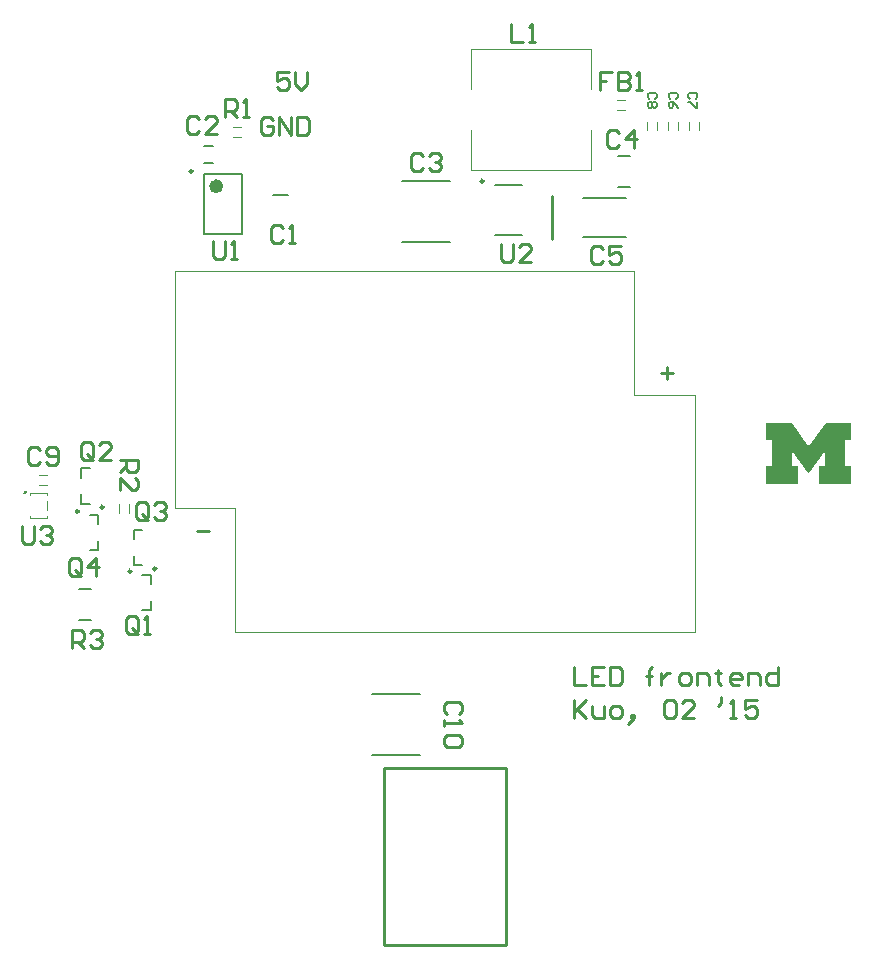
<source format=gto>
G04 Layer_Color=65535*
%FSLAX24Y24*%
%MOIN*%
G70*
G01*
G75*
%ADD28C,0.0100*%
%ADD38C,0.0098*%
%ADD39C,0.0236*%
%ADD40C,0.0079*%
%ADD41C,0.0039*%
%ADD42C,0.0050*%
G36*
X13886Y375D02*
X13665D01*
Y-497D01*
X13886D01*
Y-1075D01*
X12803D01*
Y-497D01*
X13023D01*
Y26D01*
X12477Y-726D01*
X12440D01*
X11903Y26D01*
Y-497D01*
X12124D01*
Y-1075D01*
X11041D01*
Y-497D01*
X11252D01*
Y375D01*
X11041D01*
Y953D01*
X11899D01*
X12449Y191D01*
X12477D01*
X13028Y953D01*
X13886D01*
Y375D01*
D02*
G37*
D28*
X-13641Y-1357D02*
G03*
X-13641Y-1357I-22J0D01*
G01*
X3918Y7091D02*
Y8509D01*
X2362Y-16463D02*
Y-12250D01*
X-1693Y-16463D02*
X2362D01*
X-1693D02*
Y-10557D01*
X2362D01*
Y-12250D02*
Y-10557D01*
X5900Y12650D02*
X5500D01*
Y12350D01*
X5700D01*
X5500D01*
Y12050D01*
X6100Y12650D02*
Y12050D01*
X6400D01*
X6500Y12150D01*
Y12250D01*
X6400Y12350D01*
X6100D01*
X6400D01*
X6500Y12450D01*
Y12550D01*
X6400Y12650D01*
X6100D01*
X6700Y12050D02*
X6900D01*
X6800D01*
Y12650D01*
X6700Y12550D01*
X-5050Y7450D02*
X-5150Y7550D01*
X-5350D01*
X-5450Y7450D01*
Y7050D01*
X-5350Y6950D01*
X-5150D01*
X-5050Y7050D01*
X-4850Y6950D02*
X-4650D01*
X-4750D01*
Y7550D01*
X-4850Y7450D01*
X-7860Y11090D02*
X-7960Y11190D01*
X-8160D01*
X-8260Y11090D01*
Y10690D01*
X-8160Y10590D01*
X-7960D01*
X-7860Y10690D01*
X-7260Y10590D02*
X-7660D01*
X-7260Y10990D01*
Y11090D01*
X-7360Y11190D01*
X-7560D01*
X-7660Y11090D01*
X-400Y9850D02*
X-500Y9950D01*
X-700D01*
X-800Y9850D01*
Y9450D01*
X-700Y9350D01*
X-500D01*
X-400Y9450D01*
X-200Y9850D02*
X-100Y9950D01*
X100D01*
X200Y9850D01*
Y9750D01*
X100Y9650D01*
X-0D01*
X100D01*
X200Y9550D01*
Y9450D01*
X100Y9350D01*
X-100D01*
X-200Y9450D01*
X6150Y10600D02*
X6050Y10700D01*
X5850D01*
X5750Y10600D01*
Y10200D01*
X5850Y10100D01*
X6050D01*
X6150Y10200D01*
X6650Y10100D02*
Y10700D01*
X6350Y10400D01*
X6750D01*
X5600Y6750D02*
X5500Y6850D01*
X5300D01*
X5200Y6750D01*
Y6350D01*
X5300Y6250D01*
X5500D01*
X5600Y6350D01*
X6200Y6850D02*
X5800D01*
Y6550D01*
X6000Y6650D01*
X6100D01*
X6200Y6550D01*
Y6350D01*
X6100Y6250D01*
X5900D01*
X5800Y6350D01*
X-13150Y50D02*
X-13250Y150D01*
X-13450D01*
X-13550Y50D01*
Y-350D01*
X-13450Y-450D01*
X-13250D01*
X-13150Y-350D01*
X-12950D02*
X-12850Y-450D01*
X-12650D01*
X-12550Y-350D01*
Y50D01*
X-12650Y150D01*
X-12850D01*
X-12950Y50D01*
Y-50D01*
X-12850Y-150D01*
X-12550D01*
X2550Y14250D02*
Y13650D01*
X2950D01*
X3150D02*
X3350D01*
X3250D01*
Y14250D01*
X3150Y14150D01*
X-9900Y-6000D02*
Y-5600D01*
X-10000Y-5500D01*
X-10200D01*
X-10300Y-5600D01*
Y-6000D01*
X-10200Y-6100D01*
X-10000D01*
X-10100Y-5900D02*
X-9900Y-6100D01*
X-10000D02*
X-9900Y-6000D01*
X-9700Y-6100D02*
X-9500D01*
X-9600D01*
Y-5500D01*
X-9700Y-5600D01*
X-11400Y-200D02*
Y200D01*
X-11500Y300D01*
X-11700D01*
X-11800Y200D01*
Y-200D01*
X-11700Y-300D01*
X-11500D01*
X-11600Y-100D02*
X-11400Y-300D01*
X-11500D02*
X-11400Y-200D01*
X-10800Y-300D02*
X-11200D01*
X-10800Y100D01*
Y200D01*
X-10900Y300D01*
X-11100D01*
X-11200Y200D01*
X-9550Y-2200D02*
Y-1800D01*
X-9650Y-1700D01*
X-9850D01*
X-9950Y-1800D01*
Y-2200D01*
X-9850Y-2300D01*
X-9650D01*
X-9750Y-2100D02*
X-9550Y-2300D01*
X-9650D02*
X-9550Y-2200D01*
X-9350Y-1800D02*
X-9250Y-1700D01*
X-9050D01*
X-8950Y-1800D01*
Y-1900D01*
X-9050Y-2000D01*
X-9150D01*
X-9050D01*
X-8950Y-2100D01*
Y-2200D01*
X-9050Y-2300D01*
X-9250D01*
X-9350Y-2200D01*
X-11800Y-4050D02*
Y-3650D01*
X-11900Y-3550D01*
X-12100D01*
X-12200Y-3650D01*
Y-4050D01*
X-12100Y-4150D01*
X-11900D01*
X-12000Y-3950D02*
X-11800Y-4150D01*
X-11900D02*
X-11800Y-4050D01*
X-11300Y-4150D02*
Y-3550D01*
X-11600Y-3850D01*
X-11200D01*
X-6982Y11137D02*
Y11737D01*
X-6683D01*
X-6583Y11637D01*
Y11437D01*
X-6683Y11337D01*
X-6982D01*
X-6782D02*
X-6583Y11137D01*
X-6383D02*
X-6183D01*
X-6283D01*
Y11737D01*
X-6383Y11637D01*
X-10500Y-300D02*
X-9900D01*
Y-600D01*
X-10000Y-700D01*
X-10200D01*
X-10300Y-600D01*
Y-300D01*
Y-500D02*
X-10500Y-700D01*
Y-1300D02*
Y-900D01*
X-10100Y-1300D01*
X-10000D01*
X-9900Y-1200D01*
Y-1000D01*
X-10000Y-900D01*
X-12100Y-6550D02*
Y-5950D01*
X-11800D01*
X-11700Y-6050D01*
Y-6250D01*
X-11800Y-6350D01*
X-12100D01*
X-11900D02*
X-11700Y-6550D01*
X-11500Y-6050D02*
X-11400Y-5950D01*
X-11200D01*
X-11100Y-6050D01*
Y-6150D01*
X-11200Y-6250D01*
X-11300D01*
X-11200D01*
X-11100Y-6350D01*
Y-6450D01*
X-11200Y-6550D01*
X-11400D01*
X-11500Y-6450D01*
X-7400Y7000D02*
Y6500D01*
X-7300Y6400D01*
X-7100D01*
X-7000Y6500D01*
Y7000D01*
X-6800Y6400D02*
X-6600D01*
X-6700D01*
Y7000D01*
X-6800Y6900D01*
X2200Y6900D02*
Y6400D01*
X2300Y6300D01*
X2500D01*
X2600Y6400D01*
Y6900D01*
X3200Y6300D02*
X2800D01*
X3200Y6700D01*
Y6800D01*
X3100Y6900D01*
X2900D01*
X2800Y6800D01*
X-13750Y-2500D02*
Y-3000D01*
X-13650Y-3100D01*
X-13450D01*
X-13350Y-3000D01*
Y-2500D01*
X-13150Y-2600D02*
X-13050Y-2500D01*
X-12850D01*
X-12750Y-2600D01*
Y-2700D01*
X-12850Y-2800D01*
X-12950D01*
X-12850D01*
X-12750Y-2900D01*
Y-3000D01*
X-12850Y-3100D01*
X-13050D01*
X-13150Y-3000D01*
X800Y-8750D02*
X900Y-8650D01*
Y-8450D01*
X800Y-8350D01*
X400D01*
X300Y-8450D01*
Y-8650D01*
X400Y-8750D01*
X300Y-8950D02*
Y-9150D01*
Y-9050D01*
X900D01*
X800Y-8950D01*
Y-9450D02*
X900Y-9550D01*
Y-9750D01*
X800Y-9850D01*
X400D01*
X300Y-9750D01*
Y-9550D01*
X400Y-9450D01*
X800D01*
X4650Y-8300D02*
Y-8900D01*
Y-8700D01*
X5050Y-8300D01*
X4750Y-8600D01*
X5050Y-8900D01*
X5250Y-8500D02*
Y-8800D01*
X5350Y-8900D01*
X5650D01*
Y-8500D01*
X5950Y-8900D02*
X6150D01*
X6249Y-8800D01*
Y-8600D01*
X6150Y-8500D01*
X5950D01*
X5850Y-8600D01*
Y-8800D01*
X5950Y-8900D01*
X6549Y-9000D02*
X6649Y-8900D01*
Y-8800D01*
X6549D01*
Y-8900D01*
X6649D01*
X6549Y-9000D01*
X6449Y-9100D01*
X7649Y-8400D02*
X7749Y-8300D01*
X7949D01*
X8049Y-8400D01*
Y-8800D01*
X7949Y-8900D01*
X7749D01*
X7649Y-8800D01*
Y-8400D01*
X8649Y-8900D02*
X8249D01*
X8649Y-8500D01*
Y-8400D01*
X8549Y-8300D01*
X8349D01*
X8249Y-8400D01*
X9548Y-8200D02*
Y-8400D01*
X9448Y-8500D01*
X9848Y-8900D02*
X10048D01*
X9948D01*
Y-8300D01*
X9848Y-8400D01*
X10748Y-8300D02*
X10348D01*
Y-8600D01*
X10548Y-8500D01*
X10648D01*
X10748Y-8600D01*
Y-8800D01*
X10648Y-8900D01*
X10448D01*
X10348Y-8800D01*
X4650Y-7200D02*
Y-7800D01*
X5050D01*
X5650Y-7200D02*
X5250D01*
Y-7800D01*
X5650D01*
X5250Y-7500D02*
X5450D01*
X5850Y-7200D02*
Y-7800D01*
X6150D01*
X6249Y-7700D01*
Y-7300D01*
X6150Y-7200D01*
X5850D01*
X7149Y-7800D02*
Y-7300D01*
Y-7500D01*
X7049D01*
X7249D01*
X7149D01*
Y-7300D01*
X7249Y-7200D01*
X7549Y-7400D02*
Y-7800D01*
Y-7600D01*
X7649Y-7500D01*
X7749Y-7400D01*
X7849D01*
X8249Y-7800D02*
X8449D01*
X8549Y-7700D01*
Y-7500D01*
X8449Y-7400D01*
X8249D01*
X8149Y-7500D01*
Y-7700D01*
X8249Y-7800D01*
X8749D02*
Y-7400D01*
X9049D01*
X9149Y-7500D01*
Y-7800D01*
X9448Y-7300D02*
Y-7400D01*
X9348D01*
X9548D01*
X9448D01*
Y-7700D01*
X9548Y-7800D01*
X10148D02*
X9948D01*
X9848Y-7700D01*
Y-7500D01*
X9948Y-7400D01*
X10148D01*
X10248Y-7500D01*
Y-7600D01*
X9848D01*
X10448Y-7800D02*
Y-7400D01*
X10748D01*
X10848Y-7500D01*
Y-7800D01*
X11448Y-7200D02*
Y-7800D01*
X11148D01*
X11048Y-7700D01*
Y-7500D01*
X11148Y-7400D01*
X11448D01*
X-5400Y11050D02*
X-5500Y11150D01*
X-5700D01*
X-5800Y11050D01*
Y10650D01*
X-5700Y10550D01*
X-5500D01*
X-5400Y10650D01*
Y10850D01*
X-5600D01*
X-5200Y10550D02*
Y11150D01*
X-4800Y10550D01*
Y11150D01*
X-4600D02*
Y10550D01*
X-4300D01*
X-4201Y10650D01*
Y11050D01*
X-4300Y11150D01*
X-4600D01*
X-4850Y12650D02*
X-5250D01*
Y12350D01*
X-5050Y12450D01*
X-4950D01*
X-4850Y12350D01*
Y12150D01*
X-4950Y12050D01*
X-5150D01*
X-5250Y12150D01*
X-4650Y12650D02*
Y12250D01*
X-4450Y12050D01*
X-4250Y12250D01*
Y12650D01*
X-7510Y-2652D02*
X-7910D01*
X7943Y2623D02*
X7543D01*
X7743Y2423D02*
Y2823D01*
D38*
X-8074Y9335D02*
G03*
X-8074Y9335I-49J0D01*
G01*
X1623Y9015D02*
G03*
X1623Y9015I-49J0D01*
G01*
X-11037Y-1859D02*
G03*
X-11037Y-1859I-49J0D01*
G01*
X-11864Y-1991D02*
G03*
X-11864Y-1991I-49J0D01*
G01*
X-10114Y-3991D02*
G03*
X-10114Y-3991I-49J0D01*
G01*
X-9287Y-3909D02*
G03*
X-9287Y-3909I-49J0D01*
G01*
D39*
X-7168Y8841D02*
G03*
X-7168Y8841I-118J0D01*
G01*
D40*
X-5406Y8550D02*
X-4894D01*
X-7680Y7266D02*
Y9234D01*
X-6420Y7266D02*
Y9234D01*
X-7680D02*
X-6420D01*
X-7680Y7266D02*
X-6420D01*
X-2107Y-8076D02*
X-493D01*
X-2107Y-10124D02*
X-493D01*
X6103Y8828D02*
X6497D01*
X6103Y9852D02*
X6497D01*
X4941Y7150D02*
X6359D01*
X4941Y8450D02*
X6359D01*
X1997Y8867D02*
X2903D01*
X1997Y7233D02*
X2903D01*
X-1107Y9024D02*
X507D01*
X-1107Y6976D02*
X507D01*
X-11776Y-1741D02*
X-11500D01*
X-11776D02*
Y-1426D01*
Y-559D02*
X-11500D01*
X-11776Y-874D02*
Y-559D01*
X-11500Y-2109D02*
X-11224D01*
Y-2424D02*
Y-2109D01*
X-11500Y-3291D02*
X-11224D01*
Y-2976D01*
X-11847Y-4578D02*
X-11453D01*
X-11847Y-5602D02*
X-11453D01*
X-7707Y9605D02*
X-7393D01*
X-7707Y10195D02*
X-7393D01*
X-9750Y-4109D02*
X-9474D01*
Y-4424D02*
Y-4109D01*
X-9750Y-5291D02*
X-9474D01*
Y-4976D01*
X-10026Y-3791D02*
X-9750D01*
X-10026D02*
Y-3476D01*
Y-2609D02*
X-9750D01*
X-10026Y-2924D02*
Y-2609D01*
D41*
X-6738Y10473D02*
X-6462D01*
X-6738Y10817D02*
X-6462D01*
X8473Y10712D02*
Y10988D01*
X8817Y10712D02*
Y10988D01*
X7773Y10712D02*
Y10988D01*
X8117Y10712D02*
Y10988D01*
X7073Y10712D02*
Y10988D01*
X7417Y10712D02*
Y10988D01*
X6062Y11383D02*
X6338D01*
X6062Y11727D02*
X6338D01*
X5208Y12069D02*
Y13408D01*
X1192D02*
X5208D01*
X1192Y12069D02*
Y13408D01*
Y9392D02*
Y10731D01*
Y9392D02*
X5208D01*
Y10731D01*
X-10527Y-2038D02*
Y-1762D01*
X-10183Y-2038D02*
Y-1762D01*
X-13188Y-773D02*
X-12912D01*
X-13188Y-1117D02*
X-12912D01*
X-12924Y-1948D02*
Y-1652D01*
Y-1436D02*
Y-1367D01*
X-13476D02*
X-12924D01*
X-13476Y-1446D02*
Y-1367D01*
X-12924Y-2233D02*
Y-2164D01*
X-13476Y-2233D02*
X-12924D01*
X-13476D02*
Y-2154D01*
X8661Y-6024D02*
Y1880D01*
X-6644Y-6024D02*
X8661D01*
X-6644D02*
Y-1890D01*
X-8661D02*
X-6644D01*
X-8661D02*
Y6024D01*
X6654D01*
Y1880D02*
Y6024D01*
Y1880D02*
X8661D01*
D42*
X8050Y11750D02*
X8100Y11800D01*
Y11900D01*
X8050Y11950D01*
X7850D01*
X7800Y11900D01*
Y11800D01*
X7850Y11750D01*
X8100Y11450D02*
X8050Y11550D01*
X7950Y11650D01*
X7850D01*
X7800Y11600D01*
Y11500D01*
X7850Y11450D01*
X7900D01*
X7950Y11500D01*
Y11650D01*
X8700Y11750D02*
X8750Y11800D01*
Y11900D01*
X8700Y11950D01*
X8500D01*
X8450Y11900D01*
Y11800D01*
X8500Y11750D01*
X8750Y11650D02*
Y11450D01*
X8700D01*
X8500Y11650D01*
X8450D01*
X7350Y11750D02*
X7400Y11800D01*
Y11900D01*
X7350Y11950D01*
X7150D01*
X7100Y11900D01*
Y11800D01*
X7150Y11750D01*
X7350Y11650D02*
X7400Y11600D01*
Y11500D01*
X7350Y11450D01*
X7300D01*
X7250Y11500D01*
X7200Y11450D01*
X7150D01*
X7100Y11500D01*
Y11600D01*
X7150Y11650D01*
X7200D01*
X7250Y11600D01*
X7300Y11650D01*
X7350D01*
X7250Y11600D02*
Y11500D01*
M02*

</source>
